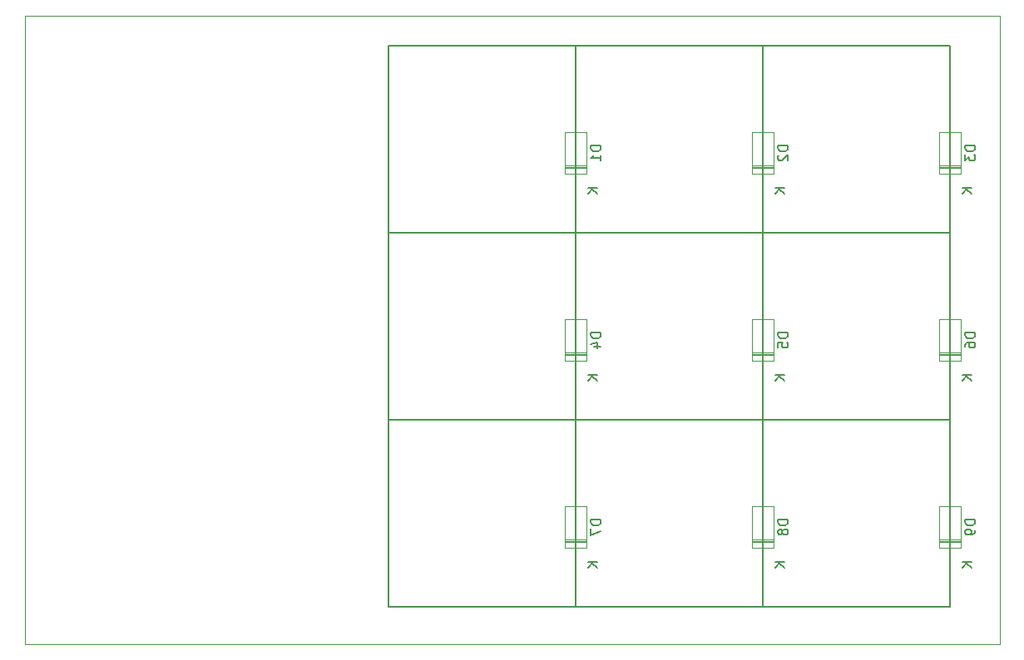
<source format=gbr>
%TF.GenerationSoftware,KiCad,Pcbnew,8.0.8*%
%TF.CreationDate,2025-02-16T23:16:45+05:30*%
%TF.ProjectId,RoyTyper,526f7954-7970-4657-922e-6b696361645f,rev?*%
%TF.SameCoordinates,Original*%
%TF.FileFunction,Legend,Bot*%
%TF.FilePolarity,Positive*%
%FSLAX46Y46*%
G04 Gerber Fmt 4.6, Leading zero omitted, Abs format (unit mm)*
G04 Created by KiCad (PCBNEW 8.0.8) date 2025-02-16 23:16:45*
%MOMM*%
%LPD*%
G01*
G04 APERTURE LIST*
%ADD10C,0.150000*%
%ADD11C,0.120000*%
%TA.AperFunction,Profile*%
%ADD12C,0.050000*%
%TD*%
G04 APERTURE END LIST*
D10*
X130899819Y-108640655D02*
X129899819Y-108640655D01*
X129899819Y-108640655D02*
X129899819Y-108878750D01*
X129899819Y-108878750D02*
X129947438Y-109021607D01*
X129947438Y-109021607D02*
X130042676Y-109116845D01*
X130042676Y-109116845D02*
X130137914Y-109164464D01*
X130137914Y-109164464D02*
X130328390Y-109212083D01*
X130328390Y-109212083D02*
X130471247Y-109212083D01*
X130471247Y-109212083D02*
X130661723Y-109164464D01*
X130661723Y-109164464D02*
X130756961Y-109116845D01*
X130756961Y-109116845D02*
X130852200Y-109021607D01*
X130852200Y-109021607D02*
X130899819Y-108878750D01*
X130899819Y-108878750D02*
X130899819Y-108640655D01*
X130328390Y-109783512D02*
X130280771Y-109688274D01*
X130280771Y-109688274D02*
X130233152Y-109640655D01*
X130233152Y-109640655D02*
X130137914Y-109593036D01*
X130137914Y-109593036D02*
X130090295Y-109593036D01*
X130090295Y-109593036D02*
X129995057Y-109640655D01*
X129995057Y-109640655D02*
X129947438Y-109688274D01*
X129947438Y-109688274D02*
X129899819Y-109783512D01*
X129899819Y-109783512D02*
X129899819Y-109973988D01*
X129899819Y-109973988D02*
X129947438Y-110069226D01*
X129947438Y-110069226D02*
X129995057Y-110116845D01*
X129995057Y-110116845D02*
X130090295Y-110164464D01*
X130090295Y-110164464D02*
X130137914Y-110164464D01*
X130137914Y-110164464D02*
X130233152Y-110116845D01*
X130233152Y-110116845D02*
X130280771Y-110069226D01*
X130280771Y-110069226D02*
X130328390Y-109973988D01*
X130328390Y-109973988D02*
X130328390Y-109783512D01*
X130328390Y-109783512D02*
X130376009Y-109688274D01*
X130376009Y-109688274D02*
X130423628Y-109640655D01*
X130423628Y-109640655D02*
X130518866Y-109593036D01*
X130518866Y-109593036D02*
X130709342Y-109593036D01*
X130709342Y-109593036D02*
X130804580Y-109640655D01*
X130804580Y-109640655D02*
X130852200Y-109688274D01*
X130852200Y-109688274D02*
X130899819Y-109783512D01*
X130899819Y-109783512D02*
X130899819Y-109973988D01*
X130899819Y-109973988D02*
X130852200Y-110069226D01*
X130852200Y-110069226D02*
X130804580Y-110116845D01*
X130804580Y-110116845D02*
X130709342Y-110164464D01*
X130709342Y-110164464D02*
X130518866Y-110164464D01*
X130518866Y-110164464D02*
X130423628Y-110116845D01*
X130423628Y-110116845D02*
X130376009Y-110069226D01*
X130376009Y-110069226D02*
X130328390Y-109973988D01*
X130579819Y-112926845D02*
X129579819Y-112926845D01*
X130579819Y-113498273D02*
X130008390Y-113069702D01*
X129579819Y-113498273D02*
X130151247Y-112926845D01*
X111849819Y-108640655D02*
X110849819Y-108640655D01*
X110849819Y-108640655D02*
X110849819Y-108878750D01*
X110849819Y-108878750D02*
X110897438Y-109021607D01*
X110897438Y-109021607D02*
X110992676Y-109116845D01*
X110992676Y-109116845D02*
X111087914Y-109164464D01*
X111087914Y-109164464D02*
X111278390Y-109212083D01*
X111278390Y-109212083D02*
X111421247Y-109212083D01*
X111421247Y-109212083D02*
X111611723Y-109164464D01*
X111611723Y-109164464D02*
X111706961Y-109116845D01*
X111706961Y-109116845D02*
X111802200Y-109021607D01*
X111802200Y-109021607D02*
X111849819Y-108878750D01*
X111849819Y-108878750D02*
X111849819Y-108640655D01*
X110849819Y-109545417D02*
X110849819Y-110212083D01*
X110849819Y-110212083D02*
X111849819Y-109783512D01*
X111529819Y-112926845D02*
X110529819Y-112926845D01*
X111529819Y-113498273D02*
X110958390Y-113069702D01*
X110529819Y-113498273D02*
X111101247Y-112926845D01*
X149949819Y-70540655D02*
X148949819Y-70540655D01*
X148949819Y-70540655D02*
X148949819Y-70778750D01*
X148949819Y-70778750D02*
X148997438Y-70921607D01*
X148997438Y-70921607D02*
X149092676Y-71016845D01*
X149092676Y-71016845D02*
X149187914Y-71064464D01*
X149187914Y-71064464D02*
X149378390Y-71112083D01*
X149378390Y-71112083D02*
X149521247Y-71112083D01*
X149521247Y-71112083D02*
X149711723Y-71064464D01*
X149711723Y-71064464D02*
X149806961Y-71016845D01*
X149806961Y-71016845D02*
X149902200Y-70921607D01*
X149902200Y-70921607D02*
X149949819Y-70778750D01*
X149949819Y-70778750D02*
X149949819Y-70540655D01*
X148949819Y-71445417D02*
X148949819Y-72064464D01*
X148949819Y-72064464D02*
X149330771Y-71731131D01*
X149330771Y-71731131D02*
X149330771Y-71873988D01*
X149330771Y-71873988D02*
X149378390Y-71969226D01*
X149378390Y-71969226D02*
X149426009Y-72016845D01*
X149426009Y-72016845D02*
X149521247Y-72064464D01*
X149521247Y-72064464D02*
X149759342Y-72064464D01*
X149759342Y-72064464D02*
X149854580Y-72016845D01*
X149854580Y-72016845D02*
X149902200Y-71969226D01*
X149902200Y-71969226D02*
X149949819Y-71873988D01*
X149949819Y-71873988D02*
X149949819Y-71588274D01*
X149949819Y-71588274D02*
X149902200Y-71493036D01*
X149902200Y-71493036D02*
X149854580Y-71445417D01*
X149629819Y-74826845D02*
X148629819Y-74826845D01*
X149629819Y-75398273D02*
X149058390Y-74969702D01*
X148629819Y-75398273D02*
X149201247Y-74826845D01*
X149949819Y-108640655D02*
X148949819Y-108640655D01*
X148949819Y-108640655D02*
X148949819Y-108878750D01*
X148949819Y-108878750D02*
X148997438Y-109021607D01*
X148997438Y-109021607D02*
X149092676Y-109116845D01*
X149092676Y-109116845D02*
X149187914Y-109164464D01*
X149187914Y-109164464D02*
X149378390Y-109212083D01*
X149378390Y-109212083D02*
X149521247Y-109212083D01*
X149521247Y-109212083D02*
X149711723Y-109164464D01*
X149711723Y-109164464D02*
X149806961Y-109116845D01*
X149806961Y-109116845D02*
X149902200Y-109021607D01*
X149902200Y-109021607D02*
X149949819Y-108878750D01*
X149949819Y-108878750D02*
X149949819Y-108640655D01*
X149949819Y-109688274D02*
X149949819Y-109878750D01*
X149949819Y-109878750D02*
X149902200Y-109973988D01*
X149902200Y-109973988D02*
X149854580Y-110021607D01*
X149854580Y-110021607D02*
X149711723Y-110116845D01*
X149711723Y-110116845D02*
X149521247Y-110164464D01*
X149521247Y-110164464D02*
X149140295Y-110164464D01*
X149140295Y-110164464D02*
X149045057Y-110116845D01*
X149045057Y-110116845D02*
X148997438Y-110069226D01*
X148997438Y-110069226D02*
X148949819Y-109973988D01*
X148949819Y-109973988D02*
X148949819Y-109783512D01*
X148949819Y-109783512D02*
X148997438Y-109688274D01*
X148997438Y-109688274D02*
X149045057Y-109640655D01*
X149045057Y-109640655D02*
X149140295Y-109593036D01*
X149140295Y-109593036D02*
X149378390Y-109593036D01*
X149378390Y-109593036D02*
X149473628Y-109640655D01*
X149473628Y-109640655D02*
X149521247Y-109688274D01*
X149521247Y-109688274D02*
X149568866Y-109783512D01*
X149568866Y-109783512D02*
X149568866Y-109973988D01*
X149568866Y-109973988D02*
X149521247Y-110069226D01*
X149521247Y-110069226D02*
X149473628Y-110116845D01*
X149473628Y-110116845D02*
X149378390Y-110164464D01*
X149629819Y-112926845D02*
X148629819Y-112926845D01*
X149629819Y-113498273D02*
X149058390Y-113069702D01*
X148629819Y-113498273D02*
X149201247Y-112926845D01*
X149949819Y-89590655D02*
X148949819Y-89590655D01*
X148949819Y-89590655D02*
X148949819Y-89828750D01*
X148949819Y-89828750D02*
X148997438Y-89971607D01*
X148997438Y-89971607D02*
X149092676Y-90066845D01*
X149092676Y-90066845D02*
X149187914Y-90114464D01*
X149187914Y-90114464D02*
X149378390Y-90162083D01*
X149378390Y-90162083D02*
X149521247Y-90162083D01*
X149521247Y-90162083D02*
X149711723Y-90114464D01*
X149711723Y-90114464D02*
X149806961Y-90066845D01*
X149806961Y-90066845D02*
X149902200Y-89971607D01*
X149902200Y-89971607D02*
X149949819Y-89828750D01*
X149949819Y-89828750D02*
X149949819Y-89590655D01*
X148949819Y-91019226D02*
X148949819Y-90828750D01*
X148949819Y-90828750D02*
X148997438Y-90733512D01*
X148997438Y-90733512D02*
X149045057Y-90685893D01*
X149045057Y-90685893D02*
X149187914Y-90590655D01*
X149187914Y-90590655D02*
X149378390Y-90543036D01*
X149378390Y-90543036D02*
X149759342Y-90543036D01*
X149759342Y-90543036D02*
X149854580Y-90590655D01*
X149854580Y-90590655D02*
X149902200Y-90638274D01*
X149902200Y-90638274D02*
X149949819Y-90733512D01*
X149949819Y-90733512D02*
X149949819Y-90923988D01*
X149949819Y-90923988D02*
X149902200Y-91019226D01*
X149902200Y-91019226D02*
X149854580Y-91066845D01*
X149854580Y-91066845D02*
X149759342Y-91114464D01*
X149759342Y-91114464D02*
X149521247Y-91114464D01*
X149521247Y-91114464D02*
X149426009Y-91066845D01*
X149426009Y-91066845D02*
X149378390Y-91019226D01*
X149378390Y-91019226D02*
X149330771Y-90923988D01*
X149330771Y-90923988D02*
X149330771Y-90733512D01*
X149330771Y-90733512D02*
X149378390Y-90638274D01*
X149378390Y-90638274D02*
X149426009Y-90590655D01*
X149426009Y-90590655D02*
X149521247Y-90543036D01*
X149629819Y-93876845D02*
X148629819Y-93876845D01*
X149629819Y-94448273D02*
X149058390Y-94019702D01*
X148629819Y-94448273D02*
X149201247Y-93876845D01*
X130899819Y-70540655D02*
X129899819Y-70540655D01*
X129899819Y-70540655D02*
X129899819Y-70778750D01*
X129899819Y-70778750D02*
X129947438Y-70921607D01*
X129947438Y-70921607D02*
X130042676Y-71016845D01*
X130042676Y-71016845D02*
X130137914Y-71064464D01*
X130137914Y-71064464D02*
X130328390Y-71112083D01*
X130328390Y-71112083D02*
X130471247Y-71112083D01*
X130471247Y-71112083D02*
X130661723Y-71064464D01*
X130661723Y-71064464D02*
X130756961Y-71016845D01*
X130756961Y-71016845D02*
X130852200Y-70921607D01*
X130852200Y-70921607D02*
X130899819Y-70778750D01*
X130899819Y-70778750D02*
X130899819Y-70540655D01*
X129995057Y-71493036D02*
X129947438Y-71540655D01*
X129947438Y-71540655D02*
X129899819Y-71635893D01*
X129899819Y-71635893D02*
X129899819Y-71873988D01*
X129899819Y-71873988D02*
X129947438Y-71969226D01*
X129947438Y-71969226D02*
X129995057Y-72016845D01*
X129995057Y-72016845D02*
X130090295Y-72064464D01*
X130090295Y-72064464D02*
X130185533Y-72064464D01*
X130185533Y-72064464D02*
X130328390Y-72016845D01*
X130328390Y-72016845D02*
X130899819Y-71445417D01*
X130899819Y-71445417D02*
X130899819Y-72064464D01*
X130579819Y-74826845D02*
X129579819Y-74826845D01*
X130579819Y-75398273D02*
X130008390Y-74969702D01*
X129579819Y-75398273D02*
X130151247Y-74826845D01*
X130899819Y-89590655D02*
X129899819Y-89590655D01*
X129899819Y-89590655D02*
X129899819Y-89828750D01*
X129899819Y-89828750D02*
X129947438Y-89971607D01*
X129947438Y-89971607D02*
X130042676Y-90066845D01*
X130042676Y-90066845D02*
X130137914Y-90114464D01*
X130137914Y-90114464D02*
X130328390Y-90162083D01*
X130328390Y-90162083D02*
X130471247Y-90162083D01*
X130471247Y-90162083D02*
X130661723Y-90114464D01*
X130661723Y-90114464D02*
X130756961Y-90066845D01*
X130756961Y-90066845D02*
X130852200Y-89971607D01*
X130852200Y-89971607D02*
X130899819Y-89828750D01*
X130899819Y-89828750D02*
X130899819Y-89590655D01*
X129899819Y-91066845D02*
X129899819Y-90590655D01*
X129899819Y-90590655D02*
X130376009Y-90543036D01*
X130376009Y-90543036D02*
X130328390Y-90590655D01*
X130328390Y-90590655D02*
X130280771Y-90685893D01*
X130280771Y-90685893D02*
X130280771Y-90923988D01*
X130280771Y-90923988D02*
X130328390Y-91019226D01*
X130328390Y-91019226D02*
X130376009Y-91066845D01*
X130376009Y-91066845D02*
X130471247Y-91114464D01*
X130471247Y-91114464D02*
X130709342Y-91114464D01*
X130709342Y-91114464D02*
X130804580Y-91066845D01*
X130804580Y-91066845D02*
X130852200Y-91019226D01*
X130852200Y-91019226D02*
X130899819Y-90923988D01*
X130899819Y-90923988D02*
X130899819Y-90685893D01*
X130899819Y-90685893D02*
X130852200Y-90590655D01*
X130852200Y-90590655D02*
X130804580Y-90543036D01*
X130579819Y-93876845D02*
X129579819Y-93876845D01*
X130579819Y-94448273D02*
X130008390Y-94019702D01*
X129579819Y-94448273D02*
X130151247Y-93876845D01*
X111849819Y-70540655D02*
X110849819Y-70540655D01*
X110849819Y-70540655D02*
X110849819Y-70778750D01*
X110849819Y-70778750D02*
X110897438Y-70921607D01*
X110897438Y-70921607D02*
X110992676Y-71016845D01*
X110992676Y-71016845D02*
X111087914Y-71064464D01*
X111087914Y-71064464D02*
X111278390Y-71112083D01*
X111278390Y-71112083D02*
X111421247Y-71112083D01*
X111421247Y-71112083D02*
X111611723Y-71064464D01*
X111611723Y-71064464D02*
X111706961Y-71016845D01*
X111706961Y-71016845D02*
X111802200Y-70921607D01*
X111802200Y-70921607D02*
X111849819Y-70778750D01*
X111849819Y-70778750D02*
X111849819Y-70540655D01*
X111849819Y-72064464D02*
X111849819Y-71493036D01*
X111849819Y-71778750D02*
X110849819Y-71778750D01*
X110849819Y-71778750D02*
X110992676Y-71683512D01*
X110992676Y-71683512D02*
X111087914Y-71588274D01*
X111087914Y-71588274D02*
X111135533Y-71493036D01*
X111529819Y-74826845D02*
X110529819Y-74826845D01*
X111529819Y-75398273D02*
X110958390Y-74969702D01*
X110529819Y-75398273D02*
X111101247Y-74826845D01*
X111849819Y-89590655D02*
X110849819Y-89590655D01*
X110849819Y-89590655D02*
X110849819Y-89828750D01*
X110849819Y-89828750D02*
X110897438Y-89971607D01*
X110897438Y-89971607D02*
X110992676Y-90066845D01*
X110992676Y-90066845D02*
X111087914Y-90114464D01*
X111087914Y-90114464D02*
X111278390Y-90162083D01*
X111278390Y-90162083D02*
X111421247Y-90162083D01*
X111421247Y-90162083D02*
X111611723Y-90114464D01*
X111611723Y-90114464D02*
X111706961Y-90066845D01*
X111706961Y-90066845D02*
X111802200Y-89971607D01*
X111802200Y-89971607D02*
X111849819Y-89828750D01*
X111849819Y-89828750D02*
X111849819Y-89590655D01*
X111183152Y-91019226D02*
X111849819Y-91019226D01*
X110802200Y-90781131D02*
X111516485Y-90543036D01*
X111516485Y-90543036D02*
X111516485Y-91162083D01*
X111529819Y-93876845D02*
X110529819Y-93876845D01*
X111529819Y-94448273D02*
X110958390Y-94019702D01*
X110529819Y-94448273D02*
X111101247Y-93876845D01*
D11*
%TO.C,D8*%
X127205000Y-107258750D02*
X127205000Y-111498750D01*
X127205000Y-110658750D02*
X129445000Y-110658750D01*
X127205000Y-110778750D02*
X129445000Y-110778750D01*
X127205000Y-110898750D02*
X129445000Y-110898750D01*
X127205000Y-111498750D02*
X129445000Y-111498750D01*
X128325000Y-107258750D02*
X128325000Y-106608750D01*
X128325000Y-111498750D02*
X128325000Y-112148750D01*
X129445000Y-107258750D02*
X127205000Y-107258750D01*
X129445000Y-111498750D02*
X129445000Y-107258750D01*
%TO.C,D7*%
X108155000Y-107258750D02*
X108155000Y-111498750D01*
X108155000Y-110658750D02*
X110395000Y-110658750D01*
X108155000Y-110778750D02*
X110395000Y-110778750D01*
X108155000Y-110898750D02*
X110395000Y-110898750D01*
X108155000Y-111498750D02*
X110395000Y-111498750D01*
X109275000Y-107258750D02*
X109275000Y-106608750D01*
X109275000Y-111498750D02*
X109275000Y-112148750D01*
X110395000Y-107258750D02*
X108155000Y-107258750D01*
X110395000Y-111498750D02*
X110395000Y-107258750D01*
%TO.C,D3*%
X146255000Y-69158750D02*
X146255000Y-73398750D01*
X146255000Y-72558750D02*
X148495000Y-72558750D01*
X146255000Y-72678750D02*
X148495000Y-72678750D01*
X146255000Y-72798750D02*
X148495000Y-72798750D01*
X146255000Y-73398750D02*
X148495000Y-73398750D01*
X147375000Y-69158750D02*
X147375000Y-68508750D01*
X147375000Y-73398750D02*
X147375000Y-74048750D01*
X148495000Y-69158750D02*
X146255000Y-69158750D01*
X148495000Y-73398750D02*
X148495000Y-69158750D01*
%TO.C,D9*%
X146255000Y-107258750D02*
X146255000Y-111498750D01*
X146255000Y-110658750D02*
X148495000Y-110658750D01*
X146255000Y-110778750D02*
X148495000Y-110778750D01*
X146255000Y-110898750D02*
X148495000Y-110898750D01*
X146255000Y-111498750D02*
X148495000Y-111498750D01*
X147375000Y-107258750D02*
X147375000Y-106608750D01*
X147375000Y-111498750D02*
X147375000Y-112148750D01*
X148495000Y-107258750D02*
X146255000Y-107258750D01*
X148495000Y-111498750D02*
X148495000Y-107258750D01*
%TO.C,D6*%
X146255000Y-88208750D02*
X146255000Y-92448750D01*
X146255000Y-91608750D02*
X148495000Y-91608750D01*
X146255000Y-91728750D02*
X148495000Y-91728750D01*
X146255000Y-91848750D02*
X148495000Y-91848750D01*
X146255000Y-92448750D02*
X148495000Y-92448750D01*
X147375000Y-88208750D02*
X147375000Y-87558750D01*
X147375000Y-92448750D02*
X147375000Y-93098750D01*
X148495000Y-88208750D02*
X146255000Y-88208750D01*
X148495000Y-92448750D02*
X148495000Y-88208750D01*
%TO.C,D2*%
X127205000Y-69158750D02*
X127205000Y-73398750D01*
X127205000Y-72558750D02*
X129445000Y-72558750D01*
X127205000Y-72678750D02*
X129445000Y-72678750D01*
X127205000Y-72798750D02*
X129445000Y-72798750D01*
X127205000Y-73398750D02*
X129445000Y-73398750D01*
X128325000Y-69158750D02*
X128325000Y-68508750D01*
X128325000Y-73398750D02*
X128325000Y-74048750D01*
X129445000Y-69158750D02*
X127205000Y-69158750D01*
X129445000Y-73398750D02*
X129445000Y-69158750D01*
%TO.C,D5*%
X127205000Y-88208750D02*
X127205000Y-92448750D01*
X127205000Y-91608750D02*
X129445000Y-91608750D01*
X127205000Y-91728750D02*
X129445000Y-91728750D01*
X127205000Y-91848750D02*
X129445000Y-91848750D01*
X127205000Y-92448750D02*
X129445000Y-92448750D01*
X128325000Y-88208750D02*
X128325000Y-87558750D01*
X128325000Y-92448750D02*
X128325000Y-93098750D01*
X129445000Y-88208750D02*
X127205000Y-88208750D01*
X129445000Y-92448750D02*
X129445000Y-88208750D01*
%TO.C,D1*%
X108155000Y-69158750D02*
X108155000Y-73398750D01*
X108155000Y-72558750D02*
X110395000Y-72558750D01*
X108155000Y-72678750D02*
X110395000Y-72678750D01*
X108155000Y-72798750D02*
X110395000Y-72798750D01*
X108155000Y-73398750D02*
X110395000Y-73398750D01*
X109275000Y-69158750D02*
X109275000Y-68508750D01*
X109275000Y-73398750D02*
X109275000Y-74048750D01*
X110395000Y-69158750D02*
X108155000Y-69158750D01*
X110395000Y-73398750D02*
X110395000Y-69158750D01*
%TO.C,D4*%
X108155000Y-88208750D02*
X108155000Y-92448750D01*
X108155000Y-91608750D02*
X110395000Y-91608750D01*
X108155000Y-91728750D02*
X110395000Y-91728750D01*
X108155000Y-91848750D02*
X110395000Y-91848750D01*
X108155000Y-92448750D02*
X110395000Y-92448750D01*
X109275000Y-88208750D02*
X109275000Y-87558750D01*
X109275000Y-92448750D02*
X109275000Y-93098750D01*
X110395000Y-88208750D02*
X108155000Y-88208750D01*
X110395000Y-92448750D02*
X110395000Y-88208750D01*
%TD*%
D10*
%TO.C,SW3*%
X128325000Y-60325000D02*
X147375000Y-60325000D01*
X128325000Y-79375000D02*
X128325000Y-60325000D01*
X147375000Y-60325000D02*
X147375000Y-79375000D01*
X147375000Y-79375000D02*
X128325000Y-79375000D01*
%TO.C,SW6*%
X128325000Y-79375000D02*
X147375000Y-79375000D01*
X128325000Y-98425000D02*
X128325000Y-79375000D01*
X147375000Y-79375000D02*
X147375000Y-98425000D01*
X147375000Y-98425000D02*
X128325000Y-98425000D01*
%TO.C,SW1*%
X90225000Y-60325000D02*
X109275000Y-60325000D01*
X90225000Y-79375000D02*
X90225000Y-60325000D01*
X109275000Y-60325000D02*
X109275000Y-79375000D01*
X109275000Y-79375000D02*
X90225000Y-79375000D01*
%TO.C,SW4*%
X90225000Y-79375000D02*
X109275000Y-79375000D01*
X90225000Y-98425000D02*
X90225000Y-79375000D01*
X109275000Y-79375000D02*
X109275000Y-98425000D01*
X109275000Y-98425000D02*
X90225000Y-98425000D01*
%TO.C,SW5*%
X109275000Y-79375000D02*
X128325000Y-79375000D01*
X109275000Y-98425000D02*
X109275000Y-79375000D01*
X128325000Y-79375000D02*
X128325000Y-98425000D01*
X128325000Y-98425000D02*
X109275000Y-98425000D01*
%TO.C,SW2*%
X109275000Y-60325000D02*
X128325000Y-60325000D01*
X109275000Y-79375000D02*
X109275000Y-60325000D01*
X128325000Y-60325000D02*
X128325000Y-79375000D01*
X128325000Y-79375000D02*
X109275000Y-79375000D01*
%TO.C,SW9*%
X128325000Y-98425000D02*
X147375000Y-98425000D01*
X128325000Y-117475000D02*
X128325000Y-98425000D01*
X147375000Y-98425000D02*
X147375000Y-117475000D01*
X147375000Y-117475000D02*
X128325000Y-117475000D01*
%TO.C,SW7*%
X90225000Y-98425000D02*
X109275000Y-98425000D01*
X90225000Y-117475000D02*
X90225000Y-98425000D01*
X109275000Y-98425000D02*
X109275000Y-117475000D01*
X109275000Y-117475000D02*
X90225000Y-117475000D01*
%TO.C,SW8*%
X109275000Y-98425000D02*
X128325000Y-98425000D01*
X109275000Y-117475000D02*
X109275000Y-98425000D01*
X128325000Y-98425000D02*
X128325000Y-117475000D01*
X128325000Y-117475000D02*
X109275000Y-117475000D01*
%TD*%
D12*
X53215000Y-57265000D02*
X152445000Y-57265000D01*
X152445000Y-121285000D01*
X53215000Y-121285000D01*
X53215000Y-57265000D01*
M02*

</source>
